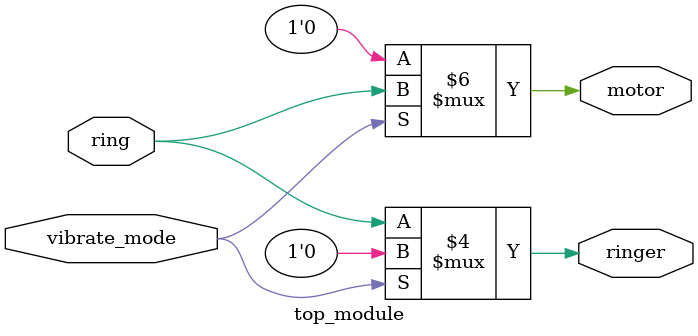
<source format=sv>
module top_module(
	input ring, 
	input vibrate_mode,
	output ringer,
	output motor
);

	// Declare internal wire
	wire select;

	// Logic to determine select signal
	assign select = (vibrate_mode == 1) ? 1'b0 : 1'b1;

	// Logic to control ringer and motor
	assign ringer = (select == 1) ? ring : 1'b0;
	assign motor = (select == 0) ? ring : 1'b0;

endmodule

</source>
